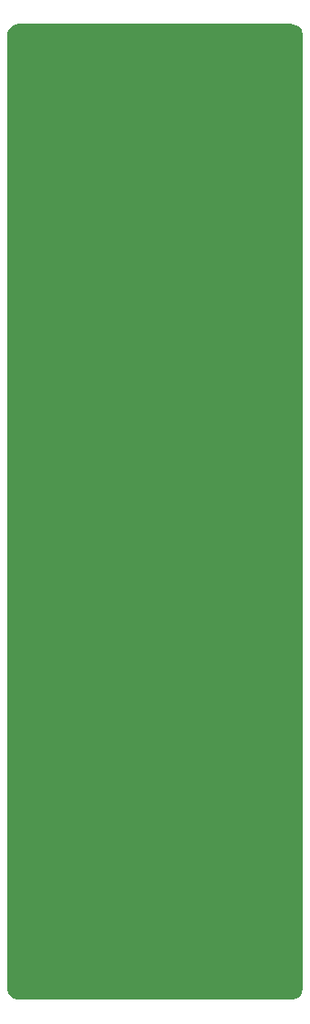
<source format=gbr>
G04 DipTrace 3.1.0.1*
G04 Board.gbr*
%MOIN*%
G04 #@! TF.FileFunction,Drawing,Board polygon*
G04 #@! TF.Part,Single*
%FSLAX26Y26*%
G04*
G70*
G90*
G75*
G01*
G04 BoardPoly*
%LPD*%
G36*
X405512Y3964567D2*
X417323Y3972441D1*
X433071Y3976378D1*
X1437008D1*
X1456693Y3972441D1*
X1468504Y3964567D1*
X1476378Y3952756D1*
X1480315Y3937008D1*
Y433071D1*
X1476378Y417323D1*
X1468504Y405512D1*
X1456693Y397638D1*
X1440945Y393701D1*
X433071D1*
X417323Y397638D1*
X405512Y405512D1*
X397638Y417323D1*
X393701Y433071D1*
Y3937008D1*
X397638Y3952756D1*
X405512Y3964567D1*
G37*
M02*

</source>
